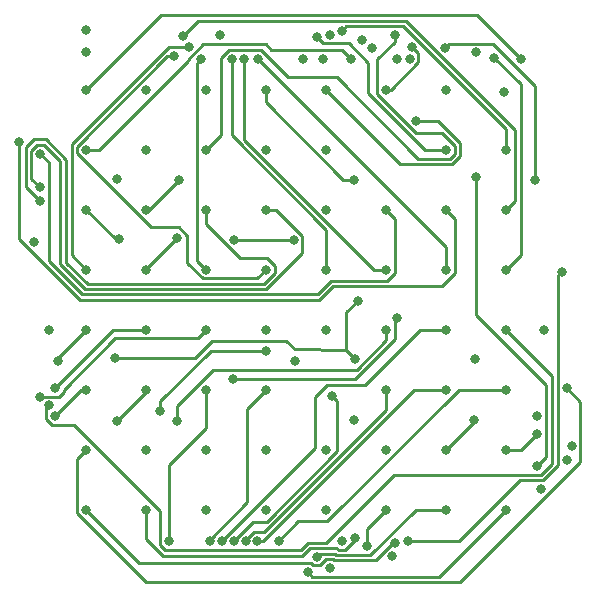
<source format=gbr>
G04 #@! TF.GenerationSoftware,KiCad,Pcbnew,(5.1.5)-3*
G04 #@! TF.CreationDate,2020-02-10T18:10:01+01:00*
G04 #@! TF.ProjectId,Mars-64,4d617273-2d36-4342-9e6b-696361645f70,A*
G04 #@! TF.SameCoordinates,Original*
G04 #@! TF.FileFunction,Copper,L3,Inr*
G04 #@! TF.FilePolarity,Positive*
%FSLAX46Y46*%
G04 Gerber Fmt 4.6, Leading zero omitted, Abs format (unit mm)*
G04 Created by KiCad (PCBNEW (5.1.5)-3) date 2020-02-10 18:10:01*
%MOMM*%
%LPD*%
G04 APERTURE LIST*
%ADD10C,0.800000*%
%ADD11C,0.250000*%
G04 APERTURE END LIST*
D10*
X69469000Y-57404000D03*
X55626000Y-62611000D03*
X65957100Y-60877100D03*
X66173100Y-55955100D03*
X45618400Y-60845000D03*
X60881600Y-61063400D03*
X38756100Y-50953800D03*
X55688800Y-50798800D03*
X60750900Y-50782400D03*
X43180000Y-33020000D03*
X43180000Y-34925000D03*
X76200000Y-34925000D03*
X81915000Y-58420000D03*
X40005000Y-58420000D03*
X73591000Y-34538900D03*
X81188600Y-45720000D03*
X70465100Y-76302100D03*
X83447000Y-53506200D03*
X80005000Y-35489300D03*
X43180000Y-38100000D03*
X66525200Y-33863200D03*
X48260000Y-38100000D03*
X54477300Y-33444500D03*
X53340000Y-38100000D03*
X65826400Y-45708300D03*
X58420000Y-38100000D03*
X71115900Y-40764500D03*
X63500000Y-38100000D03*
X70783200Y-34484300D03*
X68580000Y-38100000D03*
X70565800Y-35485400D03*
X73660000Y-38100000D03*
X69525700Y-35481400D03*
X78544800Y-38295200D03*
X65625800Y-35498700D03*
X43180000Y-43180000D03*
X67388000Y-34588500D03*
X48260000Y-43180000D03*
X69311200Y-33422400D03*
X53340000Y-43180000D03*
X63266900Y-35498600D03*
X58420000Y-43180000D03*
X63796700Y-33441900D03*
X63500000Y-43180000D03*
X61517600Y-35480100D03*
X62720500Y-33637400D03*
X73660000Y-43180000D03*
X64806200Y-33082500D03*
X78740000Y-43180000D03*
X45920200Y-50774300D03*
X43180000Y-48260000D03*
X51019000Y-45725700D03*
X48260000Y-48260000D03*
X39240900Y-47501600D03*
X53340000Y-48260000D03*
X39268000Y-46368200D03*
X58420000Y-48260000D03*
X45812200Y-45627800D03*
X63500000Y-48260000D03*
X39275200Y-43526800D03*
X68580000Y-48260000D03*
X37486800Y-42501200D03*
X73660000Y-48260000D03*
X51347300Y-33562400D03*
X78740000Y-48260000D03*
X51857100Y-34467400D03*
X43180000Y-53340000D03*
X50866200Y-50662700D03*
X48260000Y-53340000D03*
X52876900Y-35499300D03*
X53340000Y-53340000D03*
X50600000Y-35279600D03*
X58420000Y-53340000D03*
X55519900Y-35490700D03*
X63500000Y-53340000D03*
X56520300Y-35497800D03*
X68580000Y-53340000D03*
X57692400Y-35473500D03*
X73660000Y-53340000D03*
X77734600Y-35366300D03*
X78740000Y-53340000D03*
X40773900Y-61050200D03*
X43180000Y-58420000D03*
X40536100Y-63348000D03*
X48260000Y-58420000D03*
X39307500Y-64088400D03*
X53340000Y-58420000D03*
X49403000Y-65278000D03*
X58420000Y-58420000D03*
X58420000Y-60198000D03*
X76114400Y-60874400D03*
X63500000Y-58420000D03*
X68580000Y-58420000D03*
X50892090Y-66141410D03*
X54681900Y-76288100D03*
X73660000Y-58420000D03*
X40006000Y-64813800D03*
X78740000Y-58420000D03*
X40552600Y-65710600D03*
X43180000Y-63500000D03*
X45783800Y-66178500D03*
X48260000Y-63500000D03*
X50166100Y-76291300D03*
X53340000Y-63500000D03*
X53681500Y-76288500D03*
X58420000Y-63500000D03*
X55682300Y-76314700D03*
X64031376Y-64006476D03*
X56682700Y-76291200D03*
X68580000Y-63500000D03*
X57683100Y-76265800D03*
X73660000Y-63500000D03*
X59526400Y-76271900D03*
X78740000Y-63500000D03*
X83882200Y-63376000D03*
X43180000Y-68580000D03*
X65840200Y-66040000D03*
X48260000Y-68580000D03*
X83861900Y-69463600D03*
X53340000Y-68580000D03*
X84274200Y-68293400D03*
X58420000Y-68580000D03*
X81714600Y-71863500D03*
X63500000Y-68580000D03*
X81350900Y-65700500D03*
X68580000Y-68580000D03*
X75988800Y-66040000D03*
X73660000Y-68580000D03*
X81344500Y-67239700D03*
X78740000Y-68580000D03*
X69289300Y-76471300D03*
X43180000Y-73660000D03*
X65952200Y-76058500D03*
X48260000Y-73660000D03*
X69093400Y-77582800D03*
X53340000Y-73660000D03*
X63792100Y-78586000D03*
X58420000Y-73660000D03*
X64811000Y-76276200D03*
X63500000Y-73660000D03*
X66979900Y-76720500D03*
X68580000Y-73660000D03*
X62703600Y-77622800D03*
X73660000Y-73660000D03*
X61977100Y-78947900D03*
X78740000Y-73660000D03*
X81347800Y-69937500D03*
X76200000Y-45508000D03*
D11*
X55626000Y-62611000D02*
X65913000Y-62611000D01*
X69305001Y-59218999D02*
X69305001Y-57567999D01*
X65913000Y-62611000D02*
X69305001Y-59218999D01*
X69305001Y-57567999D02*
X69469000Y-57404000D01*
X65215700Y-60135700D02*
X65215700Y-56912500D01*
X65215700Y-56912500D02*
X66173100Y-55955100D01*
X65215700Y-60135700D02*
X65957100Y-60877100D01*
X60833000Y-60071000D02*
X65215700Y-60135700D01*
X53857915Y-59366989D02*
X60128989Y-59366989D01*
X52379904Y-60845000D02*
X53857915Y-59366989D01*
X60128989Y-59366989D02*
X60833000Y-60071000D01*
X45618400Y-60845000D02*
X52379904Y-60845000D01*
X60750900Y-50782400D02*
X60734500Y-50798800D01*
X60734500Y-50798800D02*
X55688800Y-50798800D01*
X81188600Y-45720000D02*
X81188600Y-37782900D01*
X81188600Y-37782900D02*
X77605300Y-34199600D01*
X77605300Y-34199600D02*
X73930300Y-34199600D01*
X73930300Y-34199600D02*
X73591000Y-34538900D01*
X83447000Y-53506200D02*
X83136600Y-53816600D01*
X83136600Y-53816600D02*
X83136600Y-69902000D01*
X83136600Y-69902000D02*
X81900400Y-71138200D01*
X81900400Y-71138200D02*
X79945900Y-71138200D01*
X79945900Y-71138200D02*
X74782000Y-76302100D01*
X74782000Y-76302100D02*
X70465100Y-76302100D01*
X80005000Y-35489300D02*
X76312200Y-31796500D01*
X76312200Y-31796500D02*
X49483500Y-31796500D01*
X49483500Y-31796500D02*
X43180000Y-38100000D01*
X58420000Y-38100000D02*
X58420000Y-39169700D01*
X58420000Y-39169700D02*
X64958600Y-45708300D01*
X64958600Y-45708300D02*
X65826400Y-45708300D01*
X63500000Y-38100000D02*
X69771300Y-44371300D01*
X69771300Y-44371300D02*
X74166900Y-44371300D01*
X74166900Y-44371300D02*
X74843300Y-43694900D01*
X74843300Y-43694900D02*
X74843300Y-42617500D01*
X74843300Y-42617500D02*
X72990300Y-40764500D01*
X72990300Y-40764500D02*
X71115900Y-40764500D01*
X68580000Y-38100000D02*
X68984400Y-38100000D01*
X68984400Y-38100000D02*
X71296500Y-35787900D01*
X71296500Y-35787900D02*
X71296500Y-34997600D01*
X71296500Y-34997600D02*
X70783200Y-34484300D01*
X43180000Y-43180000D02*
X44255100Y-43180000D01*
X44255100Y-43180000D02*
X51781900Y-35653200D01*
X51781900Y-35653200D02*
X51781900Y-35568600D01*
X51781900Y-35568600D02*
X53097700Y-34252800D01*
X53097700Y-34252800D02*
X58379300Y-34252800D01*
X58379300Y-34252800D02*
X58829600Y-34703100D01*
X58829600Y-34703100D02*
X64830200Y-34703100D01*
X64830200Y-34703100D02*
X65625800Y-35498700D01*
X53340000Y-43180000D02*
X54562700Y-41957300D01*
X54562700Y-41957300D02*
X54562700Y-35375400D01*
X54562700Y-35375400D02*
X55235000Y-34703100D01*
X55235000Y-34703100D02*
X57967400Y-34703100D01*
X57967400Y-34703100D02*
X60288900Y-37024600D01*
X60288900Y-37024600D02*
X64387400Y-37024600D01*
X64387400Y-37024600D02*
X71283800Y-43921000D01*
X71283800Y-43921000D02*
X73980300Y-43921000D01*
X73980300Y-43921000D02*
X74393000Y-43508300D01*
X74393000Y-43508300D02*
X74393000Y-42883700D01*
X74393000Y-42883700D02*
X73276100Y-41766800D01*
X73276100Y-41766800D02*
X71092500Y-41766800D01*
X71092500Y-41766800D02*
X67819300Y-38493600D01*
X67819300Y-38493600D02*
X67819300Y-35516800D01*
X67819300Y-35516800D02*
X69311200Y-34024900D01*
X69311200Y-34024900D02*
X69311200Y-33422400D01*
X62720500Y-33637400D02*
X63250300Y-34167200D01*
X63250300Y-34167200D02*
X65404600Y-34167200D01*
X65404600Y-34167200D02*
X67074800Y-35837400D01*
X67074800Y-35837400D02*
X67074800Y-38386000D01*
X67074800Y-38386000D02*
X71868800Y-43180000D01*
X71868800Y-43180000D02*
X73660000Y-43180000D01*
X78740000Y-43180000D02*
X78740000Y-41400600D01*
X78740000Y-41400600D02*
X70036500Y-32697100D01*
X70036500Y-32697100D02*
X65191600Y-32697100D01*
X65191600Y-32697100D02*
X64806200Y-33082500D01*
X43180000Y-48260000D02*
X45694300Y-50774300D01*
X45694300Y-50774300D02*
X45920200Y-50774300D01*
X51019000Y-45725700D02*
X48484700Y-48260000D01*
X48484700Y-48260000D02*
X48260000Y-48260000D01*
X53340000Y-48260000D02*
X53340000Y-49481500D01*
X53340000Y-49481500D02*
X56225900Y-52367400D01*
X56225900Y-52367400D02*
X58483600Y-52367400D01*
X58483600Y-52367400D02*
X59156700Y-53040500D01*
X59156700Y-53040500D02*
X59156700Y-53629400D01*
X59156700Y-53629400D02*
X58259200Y-54526900D01*
X58259200Y-54526900D02*
X43294900Y-54526900D01*
X43294900Y-54526900D02*
X41505400Y-52737400D01*
X41505400Y-52737400D02*
X41505400Y-44032100D01*
X41505400Y-44032100D02*
X39777900Y-42304600D01*
X39777900Y-42304600D02*
X38750100Y-42304600D01*
X38750100Y-42304600D02*
X38070200Y-42984500D01*
X38070200Y-42984500D02*
X38070200Y-46330900D01*
X38070200Y-46330900D02*
X39240900Y-47501600D01*
X58420000Y-48260000D02*
X59260500Y-48260000D01*
X59260500Y-48260000D02*
X61490800Y-50490300D01*
X61490800Y-50490300D02*
X61490800Y-51932200D01*
X61490800Y-51932200D02*
X58445800Y-54977200D01*
X58445800Y-54977200D02*
X43108300Y-54977200D01*
X43108300Y-54977200D02*
X40947900Y-52816800D01*
X40947900Y-52816800D02*
X40947900Y-44154800D01*
X40947900Y-44154800D02*
X39582500Y-42789400D01*
X39582500Y-42789400D02*
X38978300Y-42789400D01*
X38978300Y-42789400D02*
X38520500Y-43247200D01*
X38520500Y-43247200D02*
X38520500Y-45620700D01*
X38520500Y-45620700D02*
X39268000Y-46368200D01*
X68580000Y-48260000D02*
X69329700Y-49009700D01*
X69329700Y-49009700D02*
X69329700Y-53642600D01*
X69329700Y-53642600D02*
X68670800Y-54301500D01*
X68670800Y-54301500D02*
X63894200Y-54301500D01*
X63894200Y-54301500D02*
X62768200Y-55427500D01*
X62768200Y-55427500D02*
X42842100Y-55427500D01*
X42842100Y-55427500D02*
X39993300Y-52578700D01*
X39993300Y-52578700D02*
X39993300Y-44244900D01*
X39993300Y-44244900D02*
X39275200Y-43526800D01*
X73660000Y-48260000D02*
X74398200Y-48998200D01*
X74398200Y-48998200D02*
X74398200Y-53647000D01*
X74398200Y-53647000D02*
X73293300Y-54751900D01*
X73293300Y-54751900D02*
X64080800Y-54751900D01*
X64080800Y-54751900D02*
X62927400Y-55905300D01*
X62927400Y-55905300D02*
X42678800Y-55905300D01*
X42678800Y-55905300D02*
X37486800Y-50713300D01*
X37486800Y-50713300D02*
X37486800Y-42501200D01*
X78740000Y-48260000D02*
X79492800Y-47507200D01*
X79492800Y-47507200D02*
X79492800Y-41491200D01*
X79492800Y-41491200D02*
X70248400Y-32246800D01*
X70248400Y-32246800D02*
X52662900Y-32246800D01*
X52662900Y-32246800D02*
X51347300Y-33562400D01*
X43180000Y-53340000D02*
X41955800Y-52115800D01*
X41955800Y-52115800D02*
X41955800Y-42664800D01*
X41955800Y-42664800D02*
X50153200Y-34467400D01*
X50153200Y-34467400D02*
X51857100Y-34467400D01*
X48260000Y-53340000D02*
X48260000Y-53268900D01*
X48260000Y-53268900D02*
X50866200Y-50662700D01*
X53340000Y-53340000D02*
X52586700Y-52586700D01*
X52586700Y-52586700D02*
X52586700Y-35789500D01*
X52586700Y-35789500D02*
X52876900Y-35499300D01*
X58420000Y-53340000D02*
X57683400Y-54076600D01*
X57683400Y-54076600D02*
X53048600Y-54076600D01*
X53048600Y-54076600D02*
X51717500Y-52745500D01*
X51717500Y-52745500D02*
X51717500Y-50437700D01*
X51717500Y-50437700D02*
X51037000Y-49757200D01*
X51037000Y-49757200D02*
X48703900Y-49757200D01*
X48703900Y-49757200D02*
X42406100Y-43459400D01*
X42406100Y-43459400D02*
X42406100Y-42927400D01*
X42406100Y-42927400D02*
X50053900Y-35279600D01*
X50053900Y-35279600D02*
X50600000Y-35279600D01*
X63500000Y-53340000D02*
X63500000Y-49947900D01*
X63500000Y-49947900D02*
X63499900Y-49947900D01*
X63499900Y-49947900D02*
X55519900Y-41967900D01*
X55519900Y-41967900D02*
X55519900Y-35490700D01*
X68580000Y-53340000D02*
X67529000Y-53340000D01*
X67529000Y-53340000D02*
X56520400Y-42331400D01*
X56520400Y-42331400D02*
X56520300Y-42331400D01*
X56520300Y-42331400D02*
X56520300Y-35497800D01*
X57692400Y-35473500D02*
X73660000Y-51441100D01*
X73660000Y-51441100D02*
X73660000Y-53340000D01*
X78740000Y-53340000D02*
X79981100Y-52098900D01*
X79981100Y-52098900D02*
X79981100Y-37612800D01*
X79981100Y-37612800D02*
X77734600Y-35366300D01*
X43180000Y-58420000D02*
X40773900Y-60826100D01*
X40773900Y-60826100D02*
X40773900Y-61050200D01*
X48260000Y-58420000D02*
X45464100Y-58420000D01*
X45464100Y-58420000D02*
X40536100Y-63348000D01*
X53340000Y-58420000D02*
X52614700Y-59145300D01*
X52614700Y-59145300D02*
X45629500Y-59145300D01*
X45629500Y-59145300D02*
X41292500Y-63482300D01*
X41292500Y-63482300D02*
X41292500Y-63690400D01*
X41292500Y-63690400D02*
X40894500Y-64088400D01*
X40894500Y-64088400D02*
X39307500Y-64088400D01*
X58420000Y-60198000D02*
X53721000Y-60198000D01*
X53721000Y-60198000D02*
X49403000Y-64458315D01*
X49403000Y-64458315D02*
X49403000Y-65278000D01*
X68580000Y-58420000D02*
X68580000Y-59307590D01*
X68580000Y-59307590D02*
X66098790Y-61788800D01*
X50892090Y-65575725D02*
X50892090Y-66141410D01*
X66098790Y-61788800D02*
X53960100Y-61788800D01*
X53960100Y-61788800D02*
X50892090Y-64856810D01*
X50892090Y-64856810D02*
X50892090Y-65575725D01*
X63559399Y-63061011D02*
X66768989Y-63061011D01*
X66768989Y-63061011D02*
X71410000Y-58420000D01*
X71410000Y-58420000D02*
X73660000Y-58420000D01*
X62532800Y-68437200D02*
X62532800Y-64087610D01*
X62532800Y-64087610D02*
X63559399Y-63061011D01*
X54681900Y-76288100D02*
X62532800Y-68437200D01*
X78740000Y-58420000D02*
X82620800Y-62300800D01*
X82620800Y-62300800D02*
X82620800Y-69748600D01*
X82620800Y-69748600D02*
X81681500Y-70687900D01*
X81681500Y-70687900D02*
X69277600Y-70687900D01*
X69277600Y-70687900D02*
X63518400Y-76447100D01*
X63518400Y-76447100D02*
X61963200Y-76447100D01*
X61963200Y-76447100D02*
X61341500Y-77068800D01*
X61341500Y-77068800D02*
X49865400Y-77068800D01*
X49865400Y-77068800D02*
X49430300Y-76633700D01*
X49430300Y-76633700D02*
X49430300Y-73798200D01*
X49430300Y-73798200D02*
X42116000Y-66483900D01*
X42116000Y-66483900D02*
X40280300Y-66483900D01*
X40280300Y-66483900D02*
X39780500Y-65984100D01*
X39780500Y-65984100D02*
X39780500Y-65039300D01*
X39780500Y-65039300D02*
X40006000Y-64813800D01*
X43180000Y-63500000D02*
X42763200Y-63500000D01*
X42763200Y-63500000D02*
X40552600Y-65710600D01*
X48260000Y-63500000D02*
X48260000Y-63702300D01*
X48260000Y-63702300D02*
X45783800Y-66178500D01*
X50166100Y-76291300D02*
X50166100Y-69901900D01*
X50166100Y-69901900D02*
X53340000Y-66728000D01*
X53340000Y-66728000D02*
X53340000Y-63500000D01*
X58420000Y-63500000D02*
X56833000Y-65087000D01*
X56833000Y-65087000D02*
X56833000Y-73038900D01*
X56833000Y-73038900D02*
X53681500Y-76190400D01*
X53681500Y-76190400D02*
X53681500Y-76288500D01*
X57292000Y-74656200D02*
X58494300Y-74656200D01*
X55682300Y-76265900D02*
X57292000Y-74656200D01*
X58494300Y-74656200D02*
X64431375Y-68719125D01*
X64431375Y-64406475D02*
X64031376Y-64006476D01*
X55682300Y-76314700D02*
X55682300Y-76265900D01*
X64431375Y-68719125D02*
X64431375Y-64406475D01*
X56682700Y-76291200D02*
X56682700Y-76240500D01*
X56682700Y-76240500D02*
X57382700Y-75540500D01*
X57382700Y-75540500D02*
X58246900Y-75540500D01*
X58246900Y-75540500D02*
X68580000Y-65207400D01*
X68580000Y-65207400D02*
X68580000Y-63500000D01*
X57683100Y-76265800D02*
X58158500Y-76265800D01*
X58158500Y-76265800D02*
X70924300Y-63500000D01*
X70924300Y-63500000D02*
X73660000Y-63500000D01*
X78740000Y-63500000D02*
X74762700Y-63500000D01*
X74762700Y-63500000D02*
X63612400Y-74650300D01*
X63612400Y-74650300D02*
X61148000Y-74650300D01*
X61148000Y-74650300D02*
X59526400Y-76271900D01*
X43180000Y-68580000D02*
X42438600Y-69321400D01*
X42438600Y-69321400D02*
X42438600Y-73958000D01*
X42438600Y-73958000D02*
X48276600Y-79796000D01*
X48276600Y-79796000D02*
X74807900Y-79796000D01*
X74807900Y-79796000D02*
X84999500Y-69604400D01*
X84999500Y-69604400D02*
X84999500Y-64493300D01*
X84999500Y-64493300D02*
X83882200Y-63376000D01*
X73660000Y-68580000D02*
X75988800Y-66251200D01*
X75988800Y-66251200D02*
X75988800Y-66040000D01*
X78740000Y-68580000D02*
X80004200Y-68580000D01*
X80004200Y-68580000D02*
X81344500Y-67239700D01*
X69289300Y-76471300D02*
X69179200Y-76471300D01*
X69179200Y-76471300D02*
X67727500Y-77923000D01*
X67727500Y-77923000D02*
X64154900Y-77923000D01*
X64154900Y-77923000D02*
X64092500Y-77860600D01*
X64092500Y-77860600D02*
X63491600Y-77860600D01*
X63491600Y-77860600D02*
X63004100Y-78348100D01*
X63004100Y-78348100D02*
X62403200Y-78348100D01*
X62403200Y-78348100D02*
X62206700Y-78151600D01*
X62206700Y-78151600D02*
X47671600Y-78151600D01*
X47671600Y-78151600D02*
X43180000Y-73660000D01*
X48260000Y-73660000D02*
X48260000Y-76100300D01*
X48260000Y-76100300D02*
X49717600Y-77557900D01*
X49717600Y-77557900D02*
X61489300Y-77557900D01*
X61489300Y-77557900D02*
X62149800Y-76897400D01*
X62149800Y-76897400D02*
X64403100Y-76897400D01*
X64403100Y-76897400D02*
X64528100Y-77022400D01*
X64528100Y-77022400D02*
X65110700Y-77022400D01*
X65110700Y-77022400D02*
X65952200Y-76180900D01*
X65952200Y-76180900D02*
X65952200Y-76058500D01*
X68580000Y-73660000D02*
X66979900Y-75260100D01*
X66979900Y-75260100D02*
X66979900Y-76720500D01*
X62703600Y-77622800D02*
X62916200Y-77410200D01*
X62916200Y-77410200D02*
X64279000Y-77410200D01*
X64279000Y-77410200D02*
X64341500Y-77472700D01*
X64341500Y-77472700D02*
X67253500Y-77472700D01*
X67253500Y-77472700D02*
X71066200Y-73660000D01*
X71066200Y-73660000D02*
X73660000Y-73660000D01*
X61977100Y-78947900D02*
X62340500Y-79311300D01*
X62340500Y-79311300D02*
X73088700Y-79311300D01*
X73088700Y-79311300D02*
X78740000Y-73660000D01*
X81347800Y-69937500D02*
X82125000Y-69160300D01*
X82125000Y-69160300D02*
X82125000Y-63117000D01*
X82125000Y-63117000D02*
X76200000Y-57192000D01*
X76200000Y-57192000D02*
X76200000Y-45508000D01*
M02*

</source>
